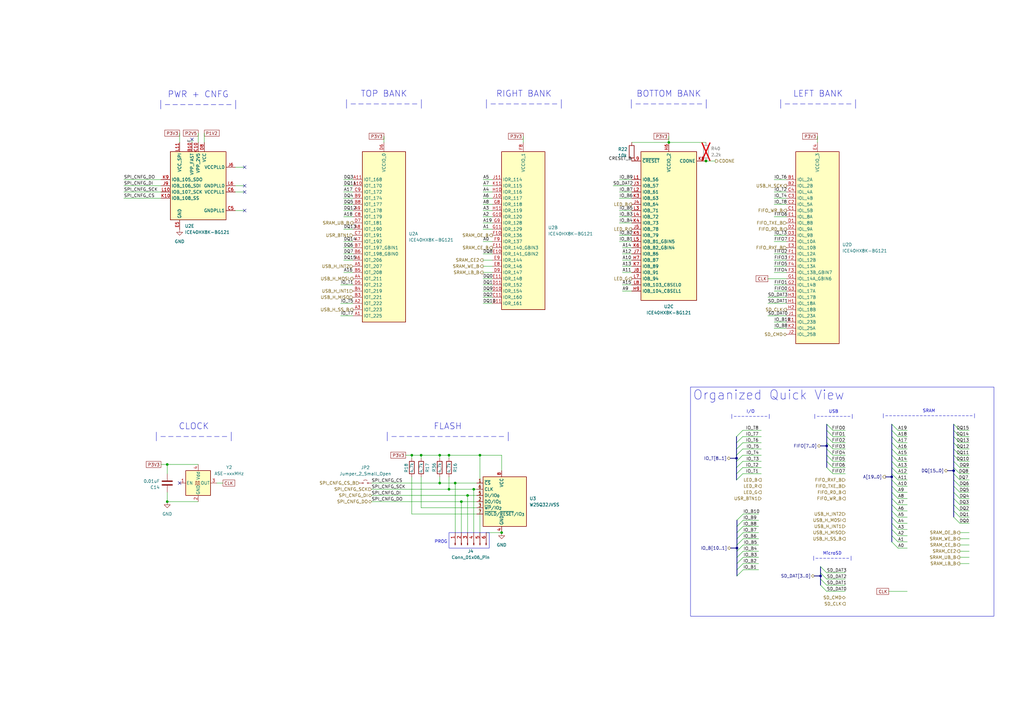
<source format=kicad_sch>
(kicad_sch (version 20250114) (generator "eeschema") (generator_version "9.0")
  (paper "A3")
  (title_block (title "FPGA Arrangement") (date "2025-07-18") (rev "0.0.0") (comment 1 "By Jaden Gani"))
  (lib_symbols
    (symbol "Connector:Conn_01x06_Pin" (pin_names (offset 1.016) (hide yes))
      (property "Reference" "J" (at 0 7.62 0))
      (property "Value" "Conn_01x06_Pin" (at 0 -10.16 0))
      (symbol "Conn_01x06_Pin_1_1"
        (pin passive line (at 5.08 5.08 180) (length 3.81) (name "Pin_1") (number "1"))
        (pin passive line (at 5.08 2.54 180) (length 3.81) (name "Pin_2") (number "2"))
        (pin passive line (at 5.08 0 180) (length 3.81) (name "Pin_3") (number "3"))
        (pin passive line (at 5.08 -2.54 180) (length 3.81) (name "Pin_4") (number "4"))
        (pin passive line (at 5.08 -5.08 180) (length 3.81) (name "Pin_5") (number "5"))
        (pin passive line (at 5.08 -7.62 180) (length 3.81) (name "Pin_6") (number "6"))
      )
    )
    (symbol "Device:C" (pin_numbers (hide yes)) (pin_names (offset 0.254))
      (property "Reference" "C" (at 0.635 2.54 0))
      (property "Value" "C" (at 0.635 -2.54 0))
      (symbol "C_1_1"
        (pin passive line (at 0 3.81 270) (length 2.794) (name "~") (number "1"))
        (pin passive line (at 0 -3.81 90) (length 2.794) (name "~") (number "2"))
      )
    )
    (symbol "Device:R" (pin_numbers (hide yes)) (pin_names (offset 0))
      (property "Reference" "R" (at 2.032 0 90))
      (property "Value" "R" (at 0 0 90))
      (symbol "R_1_1"
        (pin passive line (at 0 3.81 270) (length 1.27) (name "~") (number "1"))
        (pin passive line (at 0 -3.81 90) (length 1.27) (name "~") (number "2"))
      )
    )
    (symbol "FPGA_Lattice:ICE40HX8K-BG121"
      (property "Reference" "U" (at 2.54 44.45 0))
      (property "Value" "ICE40HX8K-BG121" (at 10.16 41.91 0))
      (symbol "ICE40HX8K-BG121_1_1"
        (pin bidirectional line (at -12.7 20.32 0) (length 3.81) (name "IOT_168") (number "A11"))
        (pin bidirectional line (at -12.7 17.78 0) (length 3.81) (name "IOT_170") (number "A10"))
        (pin bidirectional line (at -12.7 15.24 0) (length 3.81) (name "IOT_172") (number "C9"))
        (pin bidirectional line (at -12.7 12.7 0) (length 3.81) (name "IOT_174") (number "B9"))
        (pin bidirectional line (at -12.7 10.16 0) (length 3.81) (name "IOT_177") (number "B8"))
        (pin bidirectional line (at -12.7 7.62 0) (length 3.81) (name "IOT_178") (number "A9"))
        (pin bidirectional line (at -12.7 5.08 0) (length 3.81) (name "IOT_179") (number "C8"))
        (pin bidirectional line (at -12.7 2.54 0) (length 3.81) (name "IOT_181") (number "D7"))
        (pin bidirectional line (at -12.7 0 0) (length 3.81) (name "IOT_190") (number "A8"))
        (pin bidirectional line (at -12.7 -2.54 0) (length 3.81) (name "IOT_191") (number "C7"))
        (pin bidirectional line (at -12.7 -5.08 0) (length 3.81) (name "IOT_192") (number "A7"))
        (pin bidirectional line (at -12.7 -7.62 0) (length 3.81) (name "IOT_197_GBIN1") (number "B7"))
        (pin bidirectional line (at -12.7 -10.16 0) (length 3.81) (name "IOT_198_GBIN0") (number "B6"))
        (pin bidirectional line (at -12.7 -12.7 0) (length 3.81) (name "IOT_206") (number "A6"))
        (pin bidirectional line (at -12.7 -15.24 0) (length 3.81) (name "IOT_207") (number "A5"))
        (pin bidirectional line (at -12.7 -17.78 0) (length 3.81) (name "IOT_208") (number "B5"))
        (pin bidirectional line (at -12.7 -20.32 0) (length 3.81) (name "IOT_211") (number "A4"))
        (pin bidirectional line (at -12.7 -22.86 0) (length 3.81) (name "IOT_212") (number "D5"))
        (pin bidirectional line (at -12.7 -25.4 0) (length 3.81) (name "IOT_219") (number "B4"))
        (pin bidirectional line (at -12.7 -27.94 0) (length 3.81) (name "IOT_221") (number "B3"))
        (pin bidirectional line (at -12.7 -30.48 0) (length 3.81) (name "IOT_222") (number "A2"))
        (pin bidirectional line (at -12.7 -33.02 0) (length 3.81) (name "IOT_223") (number "A3"))
        (pin bidirectional line (at -12.7 -35.56 0) (length 3.81) (name "IOT_225") (number "A1"))
        (pin power_in line (at 0 35.56 270) (length 3.81) (name "VCCIO_0") (number "D6"))
      )
      (symbol "ICE40HX8K-BG121_2_1"
        (pin bidirectional line (at -12.7 20.32 0) (length 3.81) (name "IOR_114") (number "J11"))
        (pin bidirectional line (at -12.7 17.78 0) (length 3.81) (name "IOR_115") (number "K11"))
        (pin bidirectional line (at -12.7 15.24 0) (length 3.81) (name "IOR_116") (number "H10"))
        (pin bidirectional line (at -12.7 12.7 0) (length 3.81) (name "IOR_117") (number "J10"))
        (pin bidirectional line (at -12.7 10.16 0) (length 3.81) (name "IOR_118") (number "G8"))
        (pin bidirectional line (at -12.7 7.62 0) (length 3.81) (name "IOR_119") (number "H11"))
        (pin bidirectional line (at -12.7 5.08 0) (length 3.81) (name "IOR_120") (number "G10"))
        (pin bidirectional line (at -12.7 2.54 0) (length 3.81) (name "IOR_128") (number "G9"))
        (pin bidirectional line (at -12.7 0 0) (length 3.81) (name "IOR_129") (number "G11"))
        (pin bidirectional line (at -12.7 -2.54 0) (length 3.81) (name "IOR_136") (number "F10"))
        (pin bidirectional line (at -12.7 -5.08 0) (length 3.81) (name "IOR_137") (number "F9"))
        (pin bidirectional line (at -12.7 -7.62 0) (length 3.81) (name "IOR_140_GBIN3") (number "F11"))
        (pin bidirectional line (at -12.7 -10.16 0) (length 3.81) (name "IOR_141_GBIN2") (number "E10"))
        (pin bidirectional line (at -12.7 -12.7 0) (length 3.81) (name "IOR_144") (number "E9"))
        (pin bidirectional line (at -12.7 -15.24 0) (length 3.81) (name "IOR_146") (number "E8"))
        (pin bidirectional line (at -12.7 -17.78 0) (length 3.81) (name "IOR_147") (number "D9"))
        (pin bidirectional line (at -12.7 -20.32 0) (length 3.81) (name "IOR_148") (number "E11"))
        (pin bidirectional line (at -12.7 -22.86 0) (length 3.81) (name "IOR_152") (number "D11"))
        (pin bidirectional line (at -12.7 -25.4 0) (length 3.81) (name "IOR_154") (number "D10"))
        (pin bidirectional line (at -12.7 -27.94 0) (length 3.81) (name "IOR_160") (number "C11"))
        (pin bidirectional line (at -12.7 -30.48 0) (length 3.81) (name "IOR_161") (number "B11"))
        (pin power_in line (at 0 35.56 270) (length 3.81) (name "VCCIO_1") (number "F8"))
      )
      (symbol "ICE40HX8K-BG121_3_1"
        (pin input line (at -15.24 25.4 0) (length 3.81) (name "~{CRESET}") (number "L9"))
        (pin bidirectional line (at -15.24 17.78 0) (length 3.81) (name "IOB_56") (number "L1"))
        (pin bidirectional line (at -15.24 15.24 0) (length 3.81) (name "IOB_57") (number "J3"))
        (pin bidirectional line (at -15.24 12.7 0) (length 3.81) (name "IOB_61") (number "L2"))
        (pin bidirectional line (at -15.24 10.16 0) (length 3.81) (name "IOB_63") (number "K3"))
        (pin bidirectional line (at -15.24 7.62 0) (length 3.81) (name "IOB_64") (number "J4"))
        (pin bidirectional line (at -15.24 5.08 0) (length 3.81) (name "IOB_71") (number "L3"))
        (pin bidirectional line (at -15.24 2.54 0) (length 3.81) (name "IOB_72") (number "L4"))
        (pin bidirectional line (at -15.24 0 0) (length 3.81) (name "IOB_73") (number "K4"))
        (pin bidirectional line (at -15.24 -2.54 0) (length 3.81) (name "IOB_78") (number "J5"))
        (pin bidirectional line (at -15.24 -5.08 0) (length 3.81) (name "IOB_79") (number "K5"))
        (pin bidirectional line (at -15.24 -7.62 0) (length 3.81) (name "IOB_81_GBIN5") (number "L5"))
        (pin bidirectional line (at -15.24 -10.16 0) (length 3.81) (name "IOB_82_GBIN4") (number "K6"))
        (pin bidirectional line (at -15.24 -12.7 0) (length 3.81) (name "IOB_86") (number "J7"))
        (pin bidirectional line (at -15.24 -15.24 0) (length 3.81) (name "IOB_87") (number "H7"))
        (pin bidirectional line (at -15.24 -17.78 0) (length 3.81) (name "IOB_89") (number "K7"))
        (pin bidirectional line (at -15.24 -20.32 0) (length 3.81) (name "IOB_91") (number "J8"))
        (pin bidirectional line (at -15.24 -22.86 0) (length 3.81) (name "IOB_94") (number "L7"))
        (pin bidirectional line (at -15.24 -25.4 0) (length 3.81) (name "IOB_103_CBSEL0") (number "L8"))
        (pin bidirectional line (at -15.24 -27.94 0) (length 3.81) (name "IOB_104_CBSEL1") (number "H9"))
        (pin power_in line (at 0 33.02 270) (length 3.81) (name "VCCIO_2") (number "H6"))
        (pin open_collector line (at 15.24 25.4 180) (length 3.81) (name "CDONE") (number "K8"))
      )
      (symbol "ICE40HX8K-BG121_4_1"
        (pin bidirectional line (at -12.7 27.94 0) (length 3.81) (name "IOL_2A") (number "B1"))
        (pin bidirectional line (at -12.7 25.4 0) (length 3.81) (name "IOL_2B") (number "B2"))
        (pin bidirectional line (at -12.7 22.86 0) (length 3.81) (name "IOL_4A") (number "C4"))
        (pin bidirectional line (at -12.7 20.32 0) (length 3.81) (name "IOL_4B") (number "C3"))
        (pin bidirectional line (at -12.7 17.78 0) (length 3.81) (name "IOL_5A") (number "C2"))
        (pin bidirectional line (at -12.7 15.24 0) (length 3.81) (name "IOL_5B") (number "C1"))
        (pin bidirectional line (at -12.7 12.7 0) (length 3.81) (name "IOL_8A") (number "E1"))
        (pin bidirectional line (at -12.7 10.16 0) (length 3.81) (name "IOL_8B") (number "D1"))
        (pin bidirectional line (at -12.7 7.62 0) (length 3.81) (name "IOL_9A") (number "D2"))
        (pin bidirectional line (at -12.7 5.08 0) (length 3.81) (name "IOL_9B") (number "D3"))
        (pin bidirectional line (at -12.7 2.54 0) (length 3.81) (name "IOL_10A") (number "E2"))
        (pin bidirectional line (at -12.7 0 0) (length 3.81) (name "IOL_10B") (number "E3"))
        (pin bidirectional line (at -12.7 -2.54 0) (length 3.81) (name "IOL_12A") (number "F1"))
        (pin bidirectional line (at -12.7 -5.08 0) (length 3.81) (name "IOL_12B") (number "F2"))
        (pin bidirectional line (at -12.7 -7.62 0) (length 3.81) (name "IOL_13A") (number "F4"))
        (pin bidirectional line (at -12.7 -10.16 0) (length 3.81) (name "IOL_13B_GBIN7") (number "F3"))
        (pin bidirectional line (at -12.7 -12.7 0) (length 3.81) (name "IOL_14A_GBIN6") (number "G1"))
        (pin bidirectional line (at -12.7 -15.24 0) (length 3.81) (name "IOL_14B") (number "G2"))
        (pin bidirectional line (at -12.7 -17.78 0) (length 3.81) (name "IOL_17A") (number "G3"))
        (pin bidirectional line (at -12.7 -20.32 0) (length 3.81) (name "IOL_17B") (number "H3"))
        (pin bidirectional line (at -12.7 -22.86 0) (length 3.81) (name "IOL_18A") (number "H1"))
        (pin bidirectional line (at -12.7 -25.4 0) (length 3.81) (name "IOL_18B") (number "H2"))
        (pin bidirectional line (at -12.7 -27.94 0) (length 3.81) (name "IOL_23A") (number "J1"))
        (pin bidirectional line (at -12.7 -30.48 0) (length 3.81) (name "IOL_23B") (number "K1"))
        (pin bidirectional line (at -12.7 -33.02 0) (length 3.81) (name "IOL_25A") (number "K2"))
        (pin bidirectional line (at -12.7 -35.56 0) (length 3.81) (name "IOL_25B") (number "J2"))
        (pin power_in line (at 0 43.18 270) (length 3.81) (name "VCCIO_3") (number "E4"))
        (pin passive line (at 0 43.18 270) (length 3.81) (hide yes) (name "VCCIO_3") (number "G4"))
      )
      (symbol "ICE40HX8K-BG121_5_1"
        (pin bidirectional line (at -15.24 2.54 0) (length 3.81) (name "IOB_105_SDO") (number "K9"))
        (pin bidirectional line (at -15.24 0 0) (length 3.81) (name "IOB_106_SDI") (number "J9"))
        (pin bidirectional line (at -15.24 -2.54 0) (length 3.81) (name "IOB_107_SCK") (number "L10"))
        (pin bidirectional line (at -15.24 -5.08 0) (length 3.81) (name "IOB_108_SS") (number "K10"))
        (pin power_in line (at -7.62 17.78 270) (length 3.81) (name "VCC_SPI") (number "L11"))
        (pin power_in line (at -7.62 -17.78 90) (length 3.81) (name "GND") (number "E5"))
        (pin passive line (at -7.62 -17.78 90) (length 3.81) (hide yes) (name "GND") (number "E6"))
        (pin passive line (at -7.62 -17.78 90) (length 3.81) (hide yes) (name "GND") (number "E7"))
        (pin passive line (at -7.62 -17.78 90) (length 3.81) (hide yes) (name "GND") (number "F5"))
        (pin passive line (at -7.62 -17.78 90) (length 3.81) (hide yes) (name "GND") (number "F6"))
        (pin passive line (at -7.62 -17.78 90) (length 3.81) (hide yes) (name "GND") (number "F7"))
        (pin passive line (at -7.62 -17.78 90) (length 3.81) (hide yes) (name "GND") (number "G5"))
        (pin passive line (at -7.62 -17.78 90) (length 3.81) (hide yes) (name "GND") (number "G6"))
        (pin passive line (at -7.62 -17.78 90) (length 3.81) (hide yes) (name "GND") (number "G7"))
        (pin passive line (at -7.62 -17.78 90) (length 3.81) (hide yes) (name "GND") (number "H5"))
        (pin power_in line (at -2.54 17.78 270) (length 3.81) (name "VPP_FAST") (number "B10"))
        (pin power_in line (at 0 17.78 270) (length 3.81) (name "VPP_2V5") (number "C10"))
        (pin passive line (at 2.54 17.78 270) (length 3.81) (hide yes) (name "VCC") (number "D4"))
        (pin power_in line (at 2.54 17.78 270) (length 3.81) (name "VCC") (number "D8"))
        (pin passive line (at 2.54 17.78 270) (length 3.81) (hide yes) (name "VCC") (number "H4"))
        (pin passive line (at 2.54 17.78 270) (length 3.81) (hide yes) (name "VCC") (number "H8"))
        (pin power_in line (at 15.24 7.62 180) (length 3.81) (name "VCCPLL0") (number "J6"))
        (pin power_in line (at 15.24 0 180) (length 3.81) (name "GNDPLL0") (number "L6"))
        (pin power_in line (at 15.24 -2.54 180) (length 3.81) (name "VCCPLL1") (number "C6"))
        (pin power_in line (at 15.24 -10.16 180) (length 3.81) (name "GNDPLL1") (number "C5"))
      )
    )
    (symbol "Jumper:Jumper_2_Small_Open" (pin_numbers (hide yes)) (pin_names (offset 0) (hide yes))
      (property "Reference" "JP" (at 0 2.794 0))
      (property "Value" "Jumper_2_Small_Open" (at 0 -2.286 0))
      (symbol "Jumper_2_Small_Open_1_1"
        (pin passive line (at -2.54 0 0) (length 1.27) (name "A") (number "1"))
        (pin passive line (at 2.54 0 180) (length 1.27) (name "B") (number "2"))
      )
    )
    (symbol "Memory_Flash:W25Q32JVSS"
      (property "Reference" "U" (at -6.35 11.43 0))
      (property "Value" "W25Q32JVSS" (at 7.62 11.43 0))
      (symbol "W25Q32JVSS_1_1"
        (pin input line (at -10.16 7.62 0) (length 2.54) (name "~{CS}") (number "1"))
        (pin input line (at -10.16 5.08 0) (length 2.54) (name "CLK") (number "6"))
        (pin bidirectional line (at -10.16 2.54 0) (length 2.54) (name "DI/IO_{0}") (number "5"))
        (pin bidirectional line (at -10.16 0 0) (length 2.54) (name "DO/IO_{1}") (number "2"))
        (pin bidirectional line (at -10.16 -2.54 0) (length 2.54) (name "~{WP}/IO_{2}") (number "3"))
        (pin bidirectional line (at -10.16 -5.08 0) (length 2.54) (name "~{HOLD}/~{RESET}/IO_{3}") (number "7"))
        (pin power_in line (at 0 12.7 270) (length 2.54) (name "VCC") (number "8"))
        (pin power_in line (at 0 -12.7 90) (length 2.54) (name "GND") (number "4"))
      )
    )
    (symbol "Oscillator:ASE-xxxMHz" (pin_names (offset 0.254))
      (property "Reference" "Y" (at -5.08 6.35 0))
      (property "Value" "ASE-xxxMHz" (at 1.27 -6.35 0))
      (symbol "ASE-xxxMHz_1_1"
        (pin input line (at -7.62 0 0) (length 2.54) (name "EN") (number "1"))
        (pin power_in line (at 0 7.62 270) (length 2.54) (name "Vdd") (number "4"))
        (pin power_in line (at 0 -7.62 90) (length 2.54) (name "GND") (number "2"))
        (pin output line (at 7.62 0 180) (length 2.54) (name "OUT") (number "3"))
      )
    )
    (symbol "power:GND" (power) (pin_numbers (hide yes)) (pin_names (offset 0) (hide yes))
      (property "Value" "GND" (at 0 -3.81 0))
      (symbol "GND_1_1"
        (pin power_in line (at 0 0 270) (length 0) (name "~") (number "1"))
      )
    )
  )
  (text "LEFT BANK\n|---------|" (at 335.534 40.64 0) (effects (font (size 2.54 2.54))))
  (text "TOP BANK\n|---------|" (at 157.48 40.64 0) (effects (font (size 2.54 2.54))))
  (text "SRAM\n|-----------------------|" (at 381 169.672 0) (effects (font (size 1.27 1.27))))
  (text "I/O\n|---------|" (at 307.848 169.926 0) (effects (font (size 1.27 1.27))))
  (text "USB\n|---------|" (at 341.884 169.926 0) (effects (font (size 1.27 1.27))))
  (text "BOTTOM BANK\n|---------|" (at 274.32 40.64 0) (effects (font (size 2.54 2.54))))
  (text "PROG" (at 180.848 222.25 0) (effects (font (size 1.27 1.27))))
  (text "FLASH\n|---------------|" (at 183.642 177.038 0) (effects (font (size 2.54 2.54))))
  (text "CLOCK\n|---------|" (at 79.502 177.038 0) (effects (font (size 2.54 2.54))))
  (text "RIGHT BANK\n|---------|" (at 214.884 40.64 0) (effects (font (size 2.54 2.54))))
  (text "PWR + CNFG\n|---------|" (at 81.28 40.894 0) (effects (font (size 2.54 2.54))))
  (text "MicroSD\n|---------|" (at 341.376 228.092 0) (effects (font (size 1.27 1.27))))
  (text_box "" (at 184.15 218.44 0) (size 16.51 6.35) (margins 0.9525 0.9525 0.9525 0.9525) (effects (font (size 1.27 1.27)) (justify left top)))
  (text_box "Organized Quick View" (at 283.21 158.75 0) (size 124.46 93.98) (margins 0.9525 0.9525 0.9525 0.9525) (effects (font (size 3.81 3.81)) (justify left top)))
  (junction (at 180.34 198.12))
  (junction (at 186.69 198.12))
  (junction (at 336.55 236.22))
  (junction (at 68.58 205.74))
  (junction (at 365.76 195.58))
  (junction (at 205.74 218.44))
  (junction (at 184.15 200.66))
  (junction (at 184.15 186.69))
  (junction (at 189.23 205.74))
  (junction (at 302.0877 187.96))
  (junction (at 168.91 186.69))
  (junction (at 196.85 186.69))
  (junction (at 180.34 186.69))
  (junction (at 274.32 58.42))
  (junction (at 68.58 190.5))
  (junction (at 339.09 182.88))
  (junction (at 194.31 200.66))
  (junction (at 289.56 66.04))
  (junction (at 391.16 193.04))
  (junction (at 172.72 186.69))
  (junction (at 191.77 203.2))
  (junction (at 302.26 224.79))
  (no_connect (at 78.74 57.15))
  (no_connect (at 100.33 76.2))
  (no_connect (at 100.33 68.58))
  (no_connect (at 73.66 198.12))
  (no_connect (at 100.33 86.36))
  (no_connect (at 100.33 78.74))
  (bus_entry (at 302.0877 184.15) (size 2.54 -2.54))
  (bus_entry (at 365.76 199.39) (size 2.54 2.54))
  (bus_entry (at 393.7 204.47) (size -2.54 -2.54))
  (bus_entry (at 302.0877 189.23) (size 2.54 -2.54))
  (bus_entry (at 393.7 191.77) (size -2.54 -2.54))
  (bus_entry (at 365.76 173.99) (size 2.54 2.54))
  (bus_entry (at 365.76 176.53) (size 2.54 2.54))
  (bus_entry (at 341.63 186.69) (size -2.54 -2.54))
  (bus_entry (at 341.63 181.61) (size -2.54 -2.54))
  (bus_entry (at 365.76 217.17) (size 2.54 2.54))
  (bus_entry (at 365.76 204.47) (size 2.54 2.54))
  (bus_entry (at 302.26 233.68) (size 2.54 -2.54))
  (bus_entry (at 393.7 179.07) (size -2.54 -2.54))
  (bus_entry (at 365.76 181.61) (size 2.54 2.54))
  (bus_entry (at 393.7 199.39) (size -2.54 -2.54))
  (bus_entry (at 365.76 179.07) (size 2.54 2.54))
  (bus_entry (at 365.76 196.85) (size 2.54 2.54))
  (bus_entry (at 393.7 207.01) (size -2.54 -2.54))
  (bus_entry (at 341.63 184.15) (size -2.54 -2.54))
  (bus_entry (at 341.63 176.53) (size -2.54 -2.54))
  (bus_entry (at 302.26 218.44) (size 2.54 -2.54))
  (bus_entry (at 393.7 186.69) (size -2.54 -2.54))
  (bus_entry (at 302.26 213.36) (size 2.54 -2.54))
  (bus_entry (at 302.0877 191.77) (size 2.54 -2.54))
  (bus_entry (at 393.7 194.31) (size -2.54 -2.54))
  (bus_entry (at 365.76 189.23) (size 2.54 2.54))
  (bus_entry (at 365.76 184.15) (size 2.54 2.54))
  (bus_entry (at 365.76 194.31) (size 2.54 2.54))
  (bus_entry (at 302.0877 181.61) (size 2.54 -2.54))
  (bus_entry (at 365.76 219.71) (size 2.54 2.54))
  (bus_entry (at 336.55 240.03) (size 2.54 2.54))
  (bus_entry (at 365.76 201.93) (size 2.54 2.54))
  (bus_entry (at 302.26 226.06) (size 2.54 -2.54))
  (bus_entry (at 336.55 237.49) (size 2.54 2.54))
  (bus_entry (at 336.55 234.95) (size 2.54 2.54))
  (bus_entry (at 365.76 214.63) (size 2.54 2.54))
  (bus_entry (at 393.7 181.61) (size -2.54 -2.54))
  (bus_entry (at 365.76 222.25) (size 2.54 2.54))
  (bus_entry (at 302.26 236.22) (size 2.54 -2.54))
  (bus_entry (at 365.76 209.55) (size 2.54 2.54))
  (bus_entry (at 302.26 220.98) (size 2.54 -2.54))
  (bus_entry (at 302.26 228.6) (size 2.54 -2.54))
  (bus_entry (at 302.0877 194.31) (size 2.54 -2.54))
  (bus_entry (at 365.76 207.01) (size 2.54 2.54))
  (bus_entry (at 341.63 179.07) (size -2.54 -2.54))
  (bus_entry (at 365.76 186.69) (size 2.54 2.54))
  (bus_entry (at 341.63 189.23) (size -2.54 -2.54))
  (bus_entry (at 393.7 214.63) (size -2.54 -2.54))
  (bus_entry (at 393.7 196.85) (size -2.54 -2.54))
  (bus_entry (at 302.0877 196.85) (size 2.54 -2.54))
  (bus_entry (at 393.7 176.53) (size -2.54 -2.54))
  (bus_entry (at 393.7 189.23) (size -2.54 -2.54))
  (bus_entry (at 341.63 191.77) (size -2.54 -2.54))
  (bus_entry (at 393.7 212.09) (size -2.54 -2.54))
  (bus_entry (at 365.76 212.09) (size 2.54 2.54))
  (bus_entry (at 393.7 209.55) (size -2.54 -2.54))
  (bus_entry (at 341.63 194.31) (size -2.54 -2.54))
  (bus_entry (at 393.7 184.15) (size -2.54 -2.54))
  (bus_entry (at 302.0877 179.07) (size 2.54 -2.54))
  (bus_entry (at 393.7 201.93) (size -2.54 -2.54))
  (bus_entry (at 365.76 191.77) (size 2.54 2.54))
  (bus_entry (at 302.0877 186.69) (size 2.54 -2.54))
  (bus_entry (at 302.26 223.52) (size 2.54 -2.54))
  (bus_entry (at 302.26 215.9) (size 2.54 -2.54))
  (bus_entry (at 302.26 231.14) (size 2.54 -2.54))
  (bus_entry (at 336.55 232.41) (size 2.54 2.54))
  (wire (pts (xy 255.27 106.68) (xy 259.08 106.68)))
  (wire (pts (xy 198.12 76.2) (xy 201.93 76.2)))
  (wire (pts (xy 317.5 96.52) (xy 322.58 96.52)))
  (wire (pts (xy 317.5 78.74) (xy 322.58 78.74)))
  (bus (pts (xy 365.76 212.09) (xy 365.76 214.63)))
  (wire (pts (xy 199.39 218.44) (xy 205.74 218.44)))
  (wire (pts (xy 254 91.44) (xy 259.08 91.44)))
  (wire (pts (xy 172.72 187.96) (xy 172.72 186.69)))
  (wire (pts (xy 139.7 116.84) (xy 144.78 116.84)))
  (bus (pts (xy 299.72 224.79) (xy 302.26 224.79)))
  (wire (pts (xy 180.34 198.12) (xy 186.69 198.12)))
  (wire (pts (xy 346.71 194.31) (xy 341.63 194.31)))
  (wire (pts (xy 368.3 176.53) (xy 372.11 176.53)))
  (wire (pts (xy 304.6277 179.07) (xy 312.2477 179.07)))
  (bus (pts (xy 391.16 193.04) (xy 388.62 193.04)))
  (wire (pts (xy 304.8 233.68) (xy 311.15 233.68)))
  (wire (pts (xy 304.8 218.44) (xy 311.15 218.44)))
  (wire (pts (xy 83.82 54.61) (xy 83.82 58.42)))
  (wire (pts (xy 198.12 114.3) (xy 201.93 114.3)))
  (wire (pts (xy 293.37 66.04) (xy 289.56 66.04)))
  (wire (pts (xy 397.51 176.53) (xy 393.7 176.53)))
  (wire (pts (xy 96.52 76.2) (xy 100.33 76.2)))
  (bus (pts (xy 302.0877 191.77) (xy 302.0877 194.31)))
  (wire (pts (xy 368.3 214.63) (xy 372.11 214.63)))
  (wire (pts (xy 259.08 58.42) (xy 274.32 58.42)))
  (wire (pts (xy 397.51 191.77) (xy 393.7 191.77)))
  (wire (pts (xy 368.3 217.17) (xy 372.11 217.17)))
  (wire (pts (xy 397.51 212.09) (xy 393.7 212.09)))
  (wire (pts (xy 198.12 119.38) (xy 201.93 119.38)))
  (wire (pts (xy 346.71 176.53) (xy 341.63 176.53)))
  (wire (pts (xy 368.3 222.25) (xy 372.11 222.25)))
  (bus (pts (xy 339.09 181.61) (xy 339.09 182.88)))
  (wire (pts (xy 140.97 81.28) (xy 144.78 81.28)))
  (wire (pts (xy 180.34 186.69) (xy 180.34 187.96)))
  (wire (pts (xy 255.27 119.38) (xy 259.08 119.38)))
  (bus (pts (xy 391.16 199.39) (xy 391.16 201.93)))
  (bus (pts (xy 363.22 195.58) (xy 365.76 195.58)))
  (bus (pts (xy 365.76 189.23) (xy 365.76 191.77)))
  (wire (pts (xy 198.12 88.9) (xy 201.93 88.9)))
  (wire (pts (xy 96.52 78.74) (xy 100.33 78.74)))
  (wire (pts (xy 205.74 186.69) (xy 205.74 193.04)))
  (wire (pts (xy 140.97 83.82) (xy 144.78 83.82)))
  (wire (pts (xy 189.23 205.74) (xy 189.23 218.44)))
  (wire (pts (xy 393.7 218.44) (xy 397.51 218.44)))
  (wire (pts (xy 168.91 195.58) (xy 168.91 210.82)))
  (bus (pts (xy 302.0877 186.69) (xy 302.0877 187.96)))
  (wire (pts (xy 304.8 220.98) (xy 311.15 220.98)))
  (wire (pts (xy 168.91 186.69) (xy 172.72 186.69)))
  (wire (pts (xy 172.72 208.28) (xy 195.58 208.28)))
  (wire (pts (xy 191.77 203.2) (xy 191.77 218.44)))
  (wire (pts (xy 346.71 179.07) (xy 341.63 179.07)))
  (wire (pts (xy 397.51 181.61) (xy 393.7 181.61)))
  (wire (pts (xy 68.58 201.93) (xy 68.58 205.74)))
  (wire (pts (xy 304.8 226.06) (xy 311.15 226.06)))
  (wire (pts (xy 317.5 134.62) (xy 322.58 134.62)))
  (bus (pts (xy 336.55 236.22) (xy 336.55 237.49)))
  (bus (pts (xy 391.16 181.61) (xy 391.16 184.15)))
  (wire (pts (xy 50.8 81.28) (xy 66.04 81.28)))
  (wire (pts (xy 198.12 121.92) (xy 201.93 121.92)))
  (wire (pts (xy 254 78.74) (xy 259.08 78.74)))
  (wire (pts (xy 339.09 240.03) (xy 346.71 240.03)))
  (bus (pts (xy 339.09 179.07) (xy 339.09 181.61)))
  (wire (pts (xy 393.7 226.06) (xy 397.51 226.06)))
  (bus (pts (xy 365.76 201.93) (xy 365.76 204.47)))
  (wire (pts (xy 314.96 124.46) (xy 322.58 124.46)))
  (bus (pts (xy 391.16 173.99) (xy 391.16 176.53)))
  (wire (pts (xy 393.7 223.52) (xy 397.51 223.52)))
  (wire (pts (xy 140.97 76.2) (xy 144.78 76.2)))
  (wire (pts (xy 304.8 210.82) (xy 311.15 210.82)))
  (bus (pts (xy 365.76 196.85) (xy 365.76 199.39)))
  (wire (pts (xy 198.12 81.28) (xy 201.93 81.28)))
  (bus (pts (xy 365.76 217.17) (xy 365.76 219.71)))
  (wire (pts (xy 368.3 199.39) (xy 372.11 199.39)))
  (wire (pts (xy 152.4 203.2) (xy 191.77 203.2)))
  (bus (pts (xy 365.76 184.15) (xy 365.76 186.69)))
  (wire (pts (xy 368.3 179.07) (xy 372.11 179.07)))
  (bus (pts (xy 365.76 194.31) (xy 365.76 195.58)))
  (bus (pts (xy 339.09 189.23) (xy 339.09 191.77)))
  (bus (pts (xy 302.26 223.52) (xy 302.26 224.79)))
  (wire (pts (xy 254 73.66) (xy 259.08 73.66)))
  (wire (pts (xy 346.71 186.69) (xy 341.63 186.69)))
  (wire (pts (xy 198.12 109.22) (xy 201.93 109.22)))
  (wire (pts (xy 140.97 73.66) (xy 144.78 73.66)))
  (wire (pts (xy 166.37 186.69) (xy 168.91 186.69)))
  (wire (pts (xy 140.97 86.36) (xy 144.78 86.36)))
  (wire (pts (xy 317.5 83.82) (xy 322.58 83.82)))
  (wire (pts (xy 140.97 99.06) (xy 144.78 99.06)))
  (wire (pts (xy 397.51 204.47) (xy 393.7 204.47)))
  (wire (pts (xy 317.5 81.28) (xy 322.58 81.28)))
  (bus (pts (xy 391.16 201.93) (xy 391.16 204.47)))
  (wire (pts (xy 397.51 186.69) (xy 393.7 186.69)))
  (bus (pts (xy 339.09 182.88) (xy 339.09 184.15)))
  (wire (pts (xy 397.51 201.93) (xy 393.7 201.93)))
  (wire (pts (xy 140.97 93.98) (xy 144.78 93.98)))
  (wire (pts (xy 368.3 191.77) (xy 372.11 191.77)))
  (wire (pts (xy 393.7 220.98) (xy 397.51 220.98)))
  (wire (pts (xy 184.15 186.69) (xy 196.85 186.69)))
  (wire (pts (xy 368.3 204.47) (xy 372.11 204.47)))
  (bus (pts (xy 302.26 226.06) (xy 302.26 228.6)))
  (wire (pts (xy 186.69 198.12) (xy 186.69 218.44)))
  (bus (pts (xy 302.26 228.6) (xy 302.26 231.14)))
  (wire (pts (xy 339.09 234.95) (xy 346.71 234.95)))
  (wire (pts (xy 397.51 184.15) (xy 393.7 184.15)))
  (wire (pts (xy 397.51 209.55) (xy 393.7 209.55)))
  (bus (pts (xy 302.0877 194.31) (xy 302.0877 196.85)))
  (wire (pts (xy 304.6277 194.31) (xy 312.2477 194.31)))
  (bus (pts (xy 365.76 191.77) (xy 365.76 194.31)))
  (wire (pts (xy 73.66 54.61) (xy 73.66 58.42)))
  (wire (pts (xy 50.8 73.66) (xy 66.04 73.66)))
  (bus (pts (xy 302.0877 187.96) (xy 302.0877 189.23)))
  (wire (pts (xy 368.3 224.79) (xy 372.11 224.79)))
  (wire (pts (xy 96.52 86.36) (xy 100.33 86.36)))
  (bus (pts (xy 302.26 233.68) (xy 302.26 236.22)))
  (bus (pts (xy 302.0877 189.23) (xy 302.0877 191.77)))
  (wire (pts (xy 397.51 207.01) (xy 393.7 207.01)))
  (bus (pts (xy 365.76 186.69) (xy 365.76 189.23)))
  (wire (pts (xy 368.3 189.23) (xy 372.11 189.23)))
  (bus (pts (xy 365.76 209.55) (xy 365.76 212.09)))
  (wire (pts (xy 314.96 114.3) (xy 322.58 114.3)))
  (wire (pts (xy 368.3 184.15) (xy 372.11 184.15)))
  (wire (pts (xy 194.31 200.66) (xy 195.58 200.66)))
  (wire (pts (xy 317.5 116.84) (xy 322.58 116.84)))
  (wire (pts (xy 198.12 91.44) (xy 201.93 91.44)))
  (wire (pts (xy 157.48 55.88) (xy 157.48 58.42)))
  (wire (pts (xy 66.04 190.5) (xy 68.58 190.5)))
  (wire (pts (xy 368.3 207.01) (xy 372.11 207.01)))
  (wire (pts (xy 274.32 55.88) (xy 274.32 58.42)))
  (wire (pts (xy 196.85 186.69) (xy 196.85 218.44)))
  (bus (pts (xy 391.16 179.07) (xy 391.16 181.61)))
  (bus (pts (xy 336.55 234.95) (xy 336.55 236.22)))
  (wire (pts (xy 198.12 104.14) (xy 201.93 104.14)))
  (wire (pts (xy 304.8 228.6) (xy 311.15 228.6)))
  (wire (pts (xy 184.15 200.66) (xy 194.31 200.66)))
  (wire (pts (xy 304.6277 176.53) (xy 312.2477 176.53)))
  (wire (pts (xy 335.28 55.88) (xy 335.28 58.42)))
  (wire (pts (xy 168.91 187.96) (xy 168.91 186.69)))
  (wire (pts (xy 255.27 109.22) (xy 259.08 109.22)))
  (wire (pts (xy 198.12 86.36) (xy 201.93 86.36)))
  (bus (pts (xy 365.76 173.99) (xy 365.76 176.53)))
  (wire (pts (xy 198.12 106.68) (xy 201.93 106.68)))
  (wire (pts (xy 397.51 179.07) (xy 393.7 179.07)))
  (wire (pts (xy 317.5 132.08) (xy 322.58 132.08)))
  (wire (pts (xy 139.7 124.46) (xy 144.78 124.46)))
  (wire (pts (xy 368.3 181.61) (xy 372.11 181.61)))
  (wire (pts (xy 317.5 111.76) (xy 322.58 111.76)))
  (wire (pts (xy 140.97 78.74) (xy 144.78 78.74)))
  (wire (pts (xy 140.97 101.6) (xy 144.78 101.6)))
  (wire (pts (xy 317.5 109.22) (xy 322.58 109.22)))
  (wire (pts (xy 68.58 205.74) (xy 81.28 205.74)))
  (wire (pts (xy 304.8 213.36) (xy 311.15 213.36)))
  (wire (pts (xy 180.34 186.69) (xy 184.15 186.69)))
  (wire (pts (xy 140.97 111.76) (xy 144.78 111.76)))
  (wire (pts (xy 317.5 104.14) (xy 322.58 104.14)))
  (wire (pts (xy 96.52 68.58) (xy 100.33 68.58)))
  (bus (pts (xy 391.16 191.77) (xy 391.16 193.04)))
  (wire (pts (xy 346.71 191.77) (xy 341.63 191.77)))
  (bus (pts (xy 391.16 207.01) (xy 391.16 209.55)))
  (wire (pts (xy 397.51 196.85) (xy 393.7 196.85)))
  (bus (pts (xy 302.26 213.36) (xy 302.26 215.9)))
  (wire (pts (xy 198.12 78.74) (xy 201.93 78.74)))
  (wire (pts (xy 81.28 54.61) (xy 81.28 58.42)))
  (wire (pts (xy 186.69 198.12) (xy 195.58 198.12)))
  (wire (pts (xy 198.12 116.84) (xy 201.93 116.84)))
  (bus (pts (xy 339.09 186.69) (xy 339.09 189.23)))
  (wire (pts (xy 368.3 219.71) (xy 372.11 219.71)))
  (wire (pts (xy 368.3 212.09) (xy 372.11 212.09)))
  (wire (pts (xy 255.27 101.6) (xy 259.08 101.6)))
  (bus (pts (xy 302.26 218.44) (xy 302.26 220.98)))
  (bus (pts (xy 302.0877 179.07) (xy 302.0877 181.61)))
  (bus (pts (xy 302.26 220.98) (xy 302.26 223.52)))
  (bus (pts (xy 391.16 184.15) (xy 391.16 186.69)))
  (wire (pts (xy 397.51 214.63) (xy 393.7 214.63)))
  (bus (pts (xy 391.16 176.53) (xy 391.16 179.07)))
  (wire (pts (xy 152.4 200.66) (xy 184.15 200.66)))
  (wire (pts (xy 255.27 111.76) (xy 259.08 111.76)))
  (wire (pts (xy 254 99.06) (xy 259.08 99.06)))
  (bus (pts (xy 365.76 181.61) (xy 365.76 184.15)))
  (bus (pts (xy 365.76 199.39) (xy 365.76 201.93)))
  (wire (pts (xy 304.6277 184.15) (xy 312.2477 184.15)))
  (wire (pts (xy 184.15 195.58) (xy 184.15 200.66)))
  (wire (pts (xy 368.3 201.93) (xy 372.11 201.93)))
  (wire (pts (xy 140.97 88.9) (xy 144.78 88.9)))
  (wire (pts (xy 304.6277 186.69) (xy 312.2477 186.69)))
  (wire (pts (xy 68.58 190.5) (xy 68.58 194.31)))
  (wire (pts (xy 198.12 73.66) (xy 201.93 73.66)))
  (bus (pts (xy 391.16 193.04) (xy 391.16 194.31)))
  (bus (pts (xy 391.16 186.69) (xy 391.16 189.23)))
  (wire (pts (xy 168.91 210.82) (xy 195.58 210.82)))
  (bus (pts (xy 365.76 176.53) (xy 365.76 179.07)))
  (wire (pts (xy 304.6277 181.61) (xy 312.2477 181.61)))
  (wire (pts (xy 140.97 104.14) (xy 144.78 104.14)))
  (wire (pts (xy 368.3 186.69) (xy 372.11 186.69)))
  (wire (pts (xy 339.09 242.57) (xy 346.71 242.57)))
  (bus (pts (xy 336.55 232.41) (xy 336.55 234.95)))
  (wire (pts (xy 304.8 231.14) (xy 311.15 231.14)))
  (wire (pts (xy 255.27 116.84) (xy 259.08 116.84)))
  (wire (pts (xy 317.5 99.06) (xy 322.58 99.06)))
  (wire (pts (xy 191.77 203.2) (xy 195.58 203.2)))
  (bus (pts (xy 302.0877 181.61) (xy 302.0877 184.15)))
  (bus (pts (xy 339.09 173.99) (xy 339.09 176.53)))
  (bus (pts (xy 336.55 237.49) (xy 336.55 240.03)))
  (bus (pts (xy 339.09 182.88) (xy 336.55 182.88)))
  (wire (pts (xy 364.49 242.57) (xy 372.11 242.57)))
  (wire (pts (xy 196.85 186.69) (xy 205.74 186.69)))
  (wire (pts (xy 139.7 129.54) (xy 144.78 129.54)))
  (wire (pts (xy 368.3 194.31) (xy 372.11 194.31)))
  (wire (pts (xy 254 81.28) (xy 259.08 81.28)))
  (wire (pts (xy 314.96 129.54) (xy 322.58 129.54)))
  (wire (pts (xy 214.63 55.88) (xy 214.63 58.42)))
  (wire (pts (xy 397.51 199.39) (xy 393.7 199.39)))
  (wire (pts (xy 314.96 121.92) (xy 322.58 121.92)))
  (bus (pts (xy 334.01 236.22) (xy 336.55 236.22)))
  (wire (pts (xy 339.09 237.49) (xy 346.71 237.49)))
  (wire (pts (xy 346.71 184.15) (xy 341.63 184.15)))
  (bus (pts (xy 391.16 209.55) (xy 391.16 212.09)))
  (bus (pts (xy 302.26 215.9) (xy 302.26 218.44)))
  (bus (pts (xy 365.76 214.63) (xy 365.76 217.17)))
  (bus (pts (xy 365.76 207.01) (xy 365.76 209.55)))
  (bus (pts (xy 339.09 184.15) (xy 339.09 186.69)))
  (wire (pts (xy 251.46 76.2) (xy 259.08 76.2)))
  (wire (pts (xy 393.7 231.14) (xy 397.51 231.14)))
  (wire (pts (xy 274.32 58.42) (xy 289.56 58.42)))
  (wire (pts (xy 91.44 198.12) (xy 88.9 198.12)))
  (wire (pts (xy 194.31 200.66) (xy 194.31 218.44)))
  (wire (pts (xy 368.3 209.55) (xy 372.11 209.55)))
  (wire (pts (xy 317.5 88.9) (xy 322.58 88.9)))
  (bus (pts (xy 302.26 231.14) (xy 302.26 233.68)))
  (bus (pts (xy 339.09 176.53) (xy 339.09 179.07)))
  (wire (pts (xy 317.5 73.66) (xy 322.58 73.66)))
  (wire (pts (xy 304.6277 191.77) (xy 312.2477 191.77)))
  (wire (pts (xy 198.12 83.82) (xy 201.93 83.82)))
  (wire (pts (xy 254 86.36) (xy 259.08 86.36)))
  (wire (pts (xy 50.8 78.74) (xy 66.04 78.74)))
  (wire (pts (xy 254 88.9) (xy 259.08 88.9)))
  (wire (pts (xy 304.6277 189.23) (xy 312.2477 189.23)))
  (bus (pts (xy 365.76 219.71) (xy 365.76 222.25)))
  (bus (pts (xy 365.76 195.58) (xy 365.76 196.85)))
  (wire (pts (xy 317.5 119.38) (xy 322.58 119.38)))
  (bus (pts (xy 391.16 196.85) (xy 391.16 199.39)))
  (wire (pts (xy 78.74 57.15) (xy 78.74 58.42)))
  (wire (pts (xy 152.4 205.74) (xy 189.23 205.74)))
  (wire (pts (xy 68.58 190.5) (xy 81.28 190.5)))
  (bus (pts (xy 391.16 194.31) (xy 391.16 196.85)))
  (wire (pts (xy 368.3 196.85) (xy 372.11 196.85)))
  (wire (pts (xy 140.97 106.68) (xy 144.78 106.68)))
  (wire (pts (xy 152.4 198.12) (xy 180.34 198.12)))
  (wire (pts (xy 397.51 189.23) (xy 393.7 189.23)))
  (bus (pts (xy 302.26 224.79) (xy 302.26 226.06)))
  (wire (pts (xy 255.27 104.14) (xy 259.08 104.14)))
  (wire (pts (xy 172.72 195.58) (xy 172.72 208.28)))
  (wire (pts (xy 346.71 189.23) (xy 341.63 189.23)))
  (wire (pts (xy 198.12 99.06) (xy 201.93 99.06)))
  (wire (pts (xy 189.23 205.74) (xy 195.58 205.74)))
  (wire (pts (xy 346.71 181.61) (xy 341.63 181.61)))
  (wire (pts (xy 198.12 124.46) (xy 201.93 124.46)))
  (wire (pts (xy 317.5 106.68) (xy 322.58 106.68)))
  (wire (pts (xy 198.12 93.98) (xy 201.93 93.98)))
  (wire (pts (xy 184.15 187.96) (xy 184.15 186.69)))
  (bus (pts (xy 299.5477 187.96) (xy 302.0877 187.96)))
  (wire (pts (xy 50.8 76.2) (xy 66.04 76.2)))
  (wire (pts (xy 393.7 228.6) (xy 397.51 228.6)))
  (wire (pts (xy 198.12 111.76) (xy 201.93 111.76)))
  (bus (pts (xy 391.16 189.23) (xy 391.16 191.77)))
  (wire (pts (xy 304.8 223.52) (xy 311.15 223.52)))
  (bus (pts (xy 391.16 204.47) (xy 391.16 207.01)))
  (bus (pts (xy 302.0877 184.15) (xy 302.0877 186.69)))
  (wire (pts (xy 304.8 215.9) (xy 311.15 215.9)))
  (wire (pts (xy 254 96.52) (xy 259.08 96.52)))
  (wire (pts (xy 172.72 186.69) (xy 180.34 186.69)))
  (bus (pts (xy 365.76 179.07) (xy 365.76 181.61)))
  (bus (pts (xy 365.76 204.47) (xy 365.76 207.01)))
  (wire (pts (xy 180.34 195.58) (xy 180.34 198.12)))
  (wire (pts (xy 397.51 194.31) (xy 393.7 194.31)))
  (label "A18" (at 368.3 179.07 0))
  (label "IO_T8" (at 317.5 83.82 0))
  (label "SPI_CNFG_DI" (at 152.4 203.2 0))
  (label "FIFO6" (at 317.5 88.9 0))
  (label "IO_B5" (at 304.9723 223.52 0))
  (label "FIFO7" (at 346.71 194.31 180))
  (label "DQ15" (at 397.51 176.53 180))
  (label "DQ4" (at 140.97 81.28 0))
  (label "A19" (at 198.12 91.44 0))
  (label "SD_DAT3" (at 314.96 121.92 0))
  (label "DQ10" (at 397.51 189.23 180))
  (label "DQ12" (at 140.97 86.36 0))
  (label "A0" (at 198.12 99.06 0))
  (label "DQ4" (at 397.51 204.47 180))
  (label "IO_B6" (at 304.8 220.98 0))
  (label "A6" (at 198.12 81.28 0))
  (label "A4" (at 368.3 214.63 0))
  (label "IO_T7" (at 139.7 129.54 0))
  (label "A12" (at 255.27 104.14 0))
  (label "FIFO1" (at 317.5 116.84 0))
  (label "IO_T6" (at 305.8977 181.61 0))
  (label "SPI_CNFG_DO" (at 152.4 205.74 0))
  (label "IO_T7" (at 305.8977 179.07 0))
  (label "A2" (at 368.3 219.71 0))
  (label "FIFO0" (at 346.71 176.53 180))
  (label "IO_B2" (at 304.8 231.14 0))
  (label "FIFO4" (at 317.5 111.76 0))
  (label "DQ13" (at 140.97 93.98 0))
  (label "A8" (at 198.12 83.82 0))
  (label "IO_B9" (at 254 73.66 0))
  (label "SD_DAT0" (at 314.96 129.54 0))
  (label "DQ12" (at 397.51 184.15 180))
  (label "A17" (at 140.97 78.74 0))
  (label "SPI_CNFG_SCK" (at 152.4 200.66 0))
  (label "IO_T6" (at 317.5 73.66 0))
  (label "IO_B2" (at 254 96.52 0))
  (label "IO_T4" (at 317.5 81.28 0))
  (label "A2" (at 198.12 88.9 0))
  (label "FIFO5" (at 317.5 109.22 0))
  (label "IO_T3" (at 306.0194 189.23 0))
  (label "DQ10" (at 198.12 124.46 0))
  (label "A4" (at 198.12 78.74 0))
  (label "A10" (at 368.3 199.39 0))
  (label "IO_B4" (at 254 91.44 0))
  (label "DQ7" (at 397.2163 196.85 180))
  (label "IO_B8" (at 304.8 215.9 0))
  (label "FIFO0" (at 317.5 119.38 0))
  (label "IO_T1" (at 139.7 116.84 0))
  (label "F" (at 78.74 58.42 90))
  (label "IO_B7" (at 304.8 218.44 0))
  (label "FIFO3" (at 346.71 184.15 180))
  (label "DQ5" (at 140.97 83.82 0))
  (label "DQ0" (at 397.51 214.63 180))
  (label "A5" (at 368.3 212.09 0))
  (label "IO_T3" (at 317.5 96.52 0))
  (label "DQ3" (at 397.451 207.01 180))
  (label "DQ14" (at 397.4298 179.07 180))
  (label "DQ1" (at 198.12 116.84 0))
  (label "DQ13" (at 397.51 181.61 180))
  (label "DQ1" (at 397.51 212.09 180))
  (label "A3" (at 198.12 86.36 0))
  (label "A14" (at 255.27 101.6 0))
  (label "IO_T8" (at 305.8977 176.53 0))
  (label "DQ14" (at 140.97 99.06 0))
  (label "SD_DAT2" (at 251.46 76.2 0))
  (label "DQ6" (at 140.97 101.6 0))
  (label "IO_B1" (at 304.8 233.68 0))
  (label "SPI_CNFG_DO" (at 50.8 73.66 0))
  (label "IO_B5" (at 254 86.36 0))
  (label "SPI_CNFG_DI" (at 50.8 76.2 0))
  (label "A12" (at 368.3 194.31 0))
  (label "DQ11" (at 140.97 76.2 0))
  (label "FIFO1" (at 346.71 179.07 180))
  (label "A16" (at 368.3 184.15 0))
  (label "A15" (at 255.27 116.84 0))
  (label "IO_B7" (at 254 78.74 0))
  (label "A14" (at 368.3 189.23 0))
  (label "DQ15" (at 140.97 106.68 0))
  (label "SD_DAT2" (at 339.09 237.49 0))
  (label "A5" (at 198.12 73.66 0))
  (label "FIFO2" (at 346.71 181.61 180))
  (label "IO_T2" (at 305.8977 191.77 0))
  (label "A11" (at 368.3 196.85 0))
  (label "A7" (at 368.3 207.01 0))
  (label "FIFO2" (at 317.5 104.14 0))
  (label "A19" (at 368.3 176.53 0))
  (label "IO_B9" (at 304.8 213.36 0))
  (label "DQ7" (at 140.97 104.14 0))
  (label "IO_B10" (at 304.8 210.82 0))
  (label "DQ8" (at 198.12 104.14 0))
  (label "IO_B3" (at 254 88.9 0))
  (label "A0" (at 368.3 224.79 0))
  (label "FIFO6" (at 346.71 191.77 180))
  (label "DQ2" (at 397.51 209.55 180))
  (label "SPI_CNFG_SCK" (at 50.8 78.74 0))
  (label "A1" (at 368.3 222.25 0))
  (label "SD_DAT1" (at 314.96 124.46 0))
  (label "SD_DAT0" (at 339.09 242.57 0))
  (label "DQ3" (at 140.97 73.66 0))
  (label "A9" (at 368.3 201.93 0))
  (label "DQ8" (at 397.2633 194.31 180))
  (label "IO_T5" (at 306.07 184.15 0))
  (label "SPI_CNFG_CS" (at 50.8 81.28 0))
  (label "IO_T5" (at 139.7 124.46 0))
  (label "IO_B10" (at 317.5 132.08 0))
  (label "FIFO4" (at 346.71 186.69 180))
  (label "FIFO3" (at 317.5 106.68 0))
  (label "A11" (at 255.27 111.76 0))
  (label "A8" (at 368.3 204.47 0))
  (label "IO_B8" (at 317.5 134.62 0))
  (label "IO_T4" (at 306.0194 186.69 0))
  (label "A6" (at 368.3 209.55 0))
  (label "IO_B6" (at 254 81.28 0))
  (label "FIFO7" (at 317.5 99.06 0))
  (label "A9" (at 255.27 119.38 0))
  (label "IO_T1" (at 305.8977 194.31 0))
  (label "SPI_CNFG_CS" (at 152.4 198.12 0))
  (label "A17" (at 368.3 181.61 0))
  (label "IO_T2" (at 317.5 78.74 0))
  (label "A18" (at 140.97 88.9 0))
  (label "SD_DAT3" (at 339.09 234.95 0))
  (label "FIFO5" (at 346.71 189.23 180))
  (label "A13" (at 255.27 109.22 0))
  (label "CRESET_B" (at 259.08 66.04 180))
  (label "DQ9" (at 397.51 191.77 180))
  (label "DQ11" (at 397.51 186.69 180))
  (label "A10" (at 255.27 106.68 0))
  (label "A15" (at 368.3 186.69 0))
  (label "A16" (at 140.97 111.76 0))
  (label "IO_B1" (at 254 99.06 0))
  (label "A1" (at 198.12 93.98 0))
  (label "DQ0" (at 198.12 114.3 0))
  (label "DQ9" (at 198.12 119.38 0))
  (label "A7" (at 198.12 76.2 0))
  (label "A3" (at 368.3 217.17 0))
  (label "SD_DAT1" (at 339.09 240.03 0))
  (label "DQ5" (at 397.51 201.93 180))
  (label "DQ2" (at 198.12 121.92 0))
  (label "DQ6" (at 397.51 199.39 180))
  (label "IO_B3" (at 304.9217 228.6 0))
  (label "IO_B4" (at 304.9217 226.06 0))
  (label "A13" (at 368.3 191.77 0))
  (global_label "P3V3" (shape passive) (at 214.63 55.88 180) (property "Intersheetrefs" "${INTERSHEET_REFS}" (effects (hide yes))))
  (global_label "P3V3" (shape passive) (at 166.37 186.69 180) (property "Intersheetrefs" "${INTERSHEET_REFS}" (effects (hide yes))))
  (global_label "P2V5" (shape passive) (at 81.28 54.61 180) (property "Intersheetrefs" "${INTERSHEET_REFS}" (effects (hide yes))))
  (global_label "CLK" (shape passive) (at 91.44 198.12 0) (property "Intersheetrefs" "${INTERSHEET_REFS}" (effects (hide yes))))
  (global_label "CLK" (shape passive) (at 364.49 242.57 180) (property "Intersheetrefs" "${INTERSHEET_REFS}" (effects (hide yes))))
  (global_label "P3V3" (shape passive) (at 157.48 55.88 180) (property "Intersheetrefs" "${INTERSHEET_REFS}" (effects (hide yes))))
  (global_label "P3V3" (shape passive) (at 66.04 190.5 180) (property "Intersheetrefs" "${INTERSHEET_REFS}" (effects (hide yes))))
  (global_label "P3V3" (shape passive) (at 73.66 54.61 180) (property "Intersheetrefs" "${INTERSHEET_REFS}" (effects (hide yes))))
  (global_label "P3V3" (shape passive) (at 335.28 55.88 180) (property "Intersheetrefs" "${INTERSHEET_REFS}" (effects (hide yes))))
  (global_label "CLK" (shape passive) (at 314.96 114.3 180) (property "Intersheetrefs" "${INTERSHEET_REFS}" (effects (hide yes))))
  (global_label "P3V3" (shape passive) (at 274.32 55.88 180) (property "Intersheetrefs" "${INTERSHEET_REFS}" (effects (hide yes))))
  (global_label "P1V2" (shape passive) (at 83.82 54.61 0) (property "Intersheetrefs" "${INTERSHEET_REFS}" (effects (hide yes))))
  (hierarchical_label "SD_CLK" (shape output) (at 346.71 247.65 180))
  (hierarchical_label "SRAM_UB_B" (shape output) (at 144.78 91.44 180))
  (hierarchical_label "FIFO_TXE_B" (shape input) (at 346.71 199.39 180))
  (hierarchical_label "USB_H_MISO" (shape input) (at 346.71 218.44 180))
  (hierarchical_label "FIFO_TXE_B" (shape input) (at 322.58 91.44 180))
  (hierarchical_label "USB_H_INT1" (shape input) (at 346.71 215.9 180))
  (hierarchical_label "USB_H_MOSI" (shape output) (at 346.71 213.36 180))
  (hierarchical_label "SD_DAT[3..0]" (shape bidirectional) (at 334.01 236.22 180))
  (hierarchical_label "LED_R" (shape output) (at 259.08 93.98 180))
  (hierarchical_label "CDONE" (shape output) (at 293.37 66.04 0))
  (hierarchical_label "SRAM_WE_B" (shape output) (at 198.12 109.22 180))
  (hierarchical_label "USR_BTN1" (shape input) (at 312.2477 204.47 180))
  (hierarchical_label "SD_CLK" (shape output) (at 322.58 127 180))
  (hierarchical_label "A[19..0]" (shape output) (at 363.22 195.58 180))
  (hierarchical_label "USR_BTN1" (shape input) (at 144.78 96.52 180))
  (hierarchical_label "SRAM_UB_B" (shape output) (at 393.7 228.6 180))
  (hierarchical_label "SRAM_OE_B" (shape output) (at 201.93 96.52 180))
  (hierarchical_label "FIFO_RD_B" (shape output) (at 322.58 93.98 180))
  (hierarchical_label "FIFO_WR_B" (shape output) (at 322.58 86.36 180))
  (hierarchical_label "SD_CMD" (shape bidirectional) (at 322.58 137.16 180))
  (hierarchical_label "SPI_CNFG_DI" (shape bidirectional) (at 152.4 203.2 180))
  (hierarchical_label "LED_G" (shape output) (at 312.2477 201.93 180))
  (hierarchical_label "USB_H_INT1" (shape input) (at 144.78 119.38 180))
  (hierarchical_label "SD_CMD" (shape bidirectional) (at 346.71 245.11 180))
  (hierarchical_label "SPI_CNFG_SCK" (shape input) (at 152.4 200.66 180))
  (hierarchical_label "FIFO[7..0]" (shape bidirectional) (at 336.55 182.88 180))
  (hierarchical_label "FIFO_WR_B" (shape output) (at 346.71 204.47 180))
  (hierarchical_label "USB_H_INT2" (shape input) (at 144.78 109.22 180))
  (hierarchical_label "SRAM_CE2" (shape output) (at 393.7 226.06 180))
  (hierarchical_label "SRAM_CE_B" (shape output) (at 393.7 223.52 180))
  (hierarchical_label "SRAM_CE2" (shape output) (at 198.12 106.68 180))
  (hierarchical_label "SPI_CNFG_DO" (shape bidirectional) (at 152.4 205.74 180))
  (hierarchical_label "LED_G" (shape output) (at 259.08 114.3 180))
  (hierarchical_label "IO_B[10..1]" (shape bidirectional) (at 299.72 224.79 180))
  (hierarchical_label "FIFO_RXF_B" (shape input) (at 346.71 196.85 180))
  (hierarchical_label "USB_H_SCK" (shape output) (at 497.84 176.53 180))
  (hierarchical_label "SRAM_LB_B" (shape output) (at 198.12 111.76 180))
  (hierarchical_label "LED_B" (shape output) (at 259.08 83.82 180))
  (hierarchical_label "USB_H_SS_B" (shape output) (at 144.78 127 180))
  (hierarchical_label "SRAM_LB_B" (shape output) (at 393.7 231.14 180))
  (hierarchical_label "DQ[15..0]" (shape bidirectional) (at 388.62 193.04 180))
  (hierarchical_label "USB_H_SS_B" (shape output) (at 346.71 220.98 180))
  (hierarchical_label "IO_T[8..1]" (shape bidirectional) (at 299.5477 187.96 180))
  (hierarchical_label "SRAM_CE_B" (shape output) (at 201.93 101.6 180))
  (hierarchical_label "USB_H_INT2" (shape input) (at 346.71 210.82 180))
  (hierarchical_label "SPI_CNFG_CS_B" (shape input) (at 147.32 198.12 180))
  (hierarchical_label "USB_H_MISO" (shape input) (at 144.78 121.92 180))
  (hierarchical_label "SRAM_OE_B" (shape output) (at 393.7 218.44 180))
  (hierarchical_label "FIFO_RXF_B" (shape input) (at 322.58 101.6 180))
  (hierarchical_label "SRAM_WE_B" (shape output) (at 393.7 220.98 180))
  (hierarchical_label "USB_H_SCK" (shape output) (at 322.58 76.2 180))
  (hierarchical_label "USB_H_MOSI" (shape output) (at 144.78 114.3 180))
  (hierarchical_label "LED_R" (shape output) (at 312.2477 199.39 180))
  (hierarchical_label "LED_B" (shape output) (at 312.2477 196.85 180))
  (hierarchical_label "FIFO_RD_B" (shape output) (at 346.71 201.93 180))
  (symbol (lib_id "Device:R") (at 184.15 191.77 180) (unit 1)
    (property "Reference" "R16" (at 186.69 193.802 90) (effects (justify right)))
    (property "Value" "4.7k" (at 184.15 194.056 90) (effects (justify right)))
    (property "Footprint" "Resistor_SMD:R_0603_1608Metric" (effects (hide yes)))
    (property "Description" "Resistor" (effects (hide yes)))
  )
  (symbol (lib_id "FPGA_Lattice:ICE40HX8K-BG121") (at 157.48 93.98 0) (unit 1)
    (property "Reference" "U2" (at 167.64 95.8849 0) (effects (justify left)))
    (property "Value" "ICE40HX8K-BG121" (at 167.64 98.4249 0) (effects (justify left)))
    (property "Footprint" "Package_BGA:BGA-121_9.0x9.0mm_Layout11x11_P0.8mm_Ball0.4mm_Pad0.35mm_NSMD" (effects (hide yes)))
    (property "Datasheet" "http://www.latticesemi.com/Products/FPGAandCPLD/iCE40" (effects (hide yes)))
    (property "Description" "iCE40 HX FPGA, 7680 LUTs, 1.2V, BGA-121" (effects (hide yes)))
  )
  (symbol (lib_id "FPGA_Lattice:ICE40HX8K-BG121") (at 214.63 93.98 0) (unit 2)
    (property "Reference" "U2" (at 224.79 93.3449 0) (effects (justify left)))
    (property "Value" "ICE40HX8K-BG121" (at 224.79 95.8849 0) (effects (justify left)))
    (property "Footprint" "Package_BGA:BGA-121_9.0x9.0mm_Layout11x11_P0.8mm_Ball0.4mm_Pad0.35mm_NSMD" (effects (hide yes)))
    (property "Datasheet" "http://www.latticesemi.com/Products/FPGAandCPLD/iCE40" (effects (hide yes)))
    (property "Description" "iCE40 HX FPGA, 7680 LUTs, 1.2V, BGA-121" (effects (hide yes)))
  )
  (symbol (lib_id "Jumper:Jumper_2_Small_Open") (at 149.86 198.12 0) (unit 1)
    (property "Reference" "JP2" (at 149.86 191.77 0))
    (property "Value" "Jumper_2_Small_Open" (at 149.86 194.31 0))
    (property "Footprint" "Button_Switch_SMD:SW_DIP_SPSTx01_Slide_6.7x4.1mm_W6.73mm_P2.54mm_LowProfile_JPin" (effects (hide yes)))
    (property "Description" "Jumper, 2-pole, small symbol, open" (effects (hide yes)))
  )
  (symbol (lib_id "power:GND") (at 73.66 93.98 0) (unit 1)
    (property "Reference" "#PWR08" (effects (hide yes)))
    (property "Value" "GND" (at 73.66 99.06 0))
    (property "Description" "Power symbol creates a global label with name \"GND\" , ground" (effects (hide yes)))
  )
  (symbol (lib_id "Device:R") (at 259.08 62.23 180) (unit 1)
    (property "Reference" "R22" (at 253.492 61.214 0) (effects (justify right)))
    (property "Value" "10k" (at 253.492 63.754 0) (effects (justify right)))
    (property "Footprint" "Resistor_SMD:R_0603_1608Metric" (effects (hide yes)))
    (property "Description" "Resistor" (effects (hide yes)))
  )
  (symbol (lib_id "FPGA_Lattice:ICE40HX8K-BG121") (at 274.32 91.44 0) (unit 3)
    (property "Reference" "U2" (at 274.32 125.73 0))
    (property "Value" "ICE40HX8K-BG121" (at 274.32 128.27 0))
    (property "Footprint" "Package_BGA:BGA-121_9.0x9.0mm_Layout11x11_P0.8mm_Ball0.4mm_Pad0.35mm_NSMD" (effects (hide yes)))
    (property "Datasheet" "http://www.latticesemi.com/Products/FPGAandCPLD/iCE40" (effects (hide yes)))
    (property "Description" "iCE40 HX FPGA, 7680 LUTs, 1.2V, BGA-121" (effects (hide yes)))
  )
  (symbol (lib_id "Device:R") (at 168.91 191.77 180) (unit 1)
    (property "Reference" "R18" (at 166.624 189.992 90) (effects (justify left)))
    (property "Value" "4.7k" (at 168.91 189.738 90) (effects (justify left)))
    (property "Footprint" "Resistor_SMD:R_0603_1608Metric" (effects (hide yes)))
    (property "Description" "Resistor" (effects (hide yes)))
  )
  (symbol (lib_id "Device:R") (at 172.72 191.77 180) (unit 1)
    (property "Reference" "R17" (at 175.26 193.802 90) (effects (justify right)))
    (property "Value" "4.7k" (at 172.72 194.056 90) (effects (justify right)))
    (property "Footprint" "Resistor_SMD:R_0603_1608Metric" (effects (hide yes)))
    (property "Description" "Resistor" (effects (hide yes)))
  )
  (symbol (lib_id "Memory_Flash:W25Q32JVSS") (at 205.74 205.74 0) (unit 1)
    (property "Reference" "U3" (at 217.17 204.4699 0) (effects (justify left)))
    (property "Value" "W25Q32JVSS" (at 217.17 207.0099 0) (effects (justify left)))
    (property "Footprint" "Package_SO:SOIC-8_5.3x5.3mm_P1.27mm" (effects (hide yes)))
    (property "Datasheet" "http://www.winbond.com/resource-files/w25q32jv%20revg%2003272018%20plus.pdf" (effects (hide yes)))
    (property "Description" "32Mbit / 4MiB Serial Flash Memory, Standard/Dual/Quad SPI, 2.7-3.6V, SOIC-8 (208 mil)" (effects (hide yes)))
  )
  (symbol (lib_id "Connector:Conn_01x06_Pin") (at 191.77 223.52 90) (unit 1)
    (property "Reference" "J4" (at 193.04 226.06 90))
    (property "Value" "Conn_01x06_Pin" (at 193.04 228.6 90))
    (property "Footprint" "Connector_PinHeader_2.54mm:PinHeader_1x06_P2.54mm_Vertical" (effects (hide yes)))
    (property "Description" "Generic connector, single row, 01x06, script generated" (effects (hide yes)))
  )
  (symbol (lib_id "power:GND") (at 205.74 218.44 0) (unit 1)
    (property "Reference" "#PWR07" (effects (hide yes)))
    (property "Value" "GND" (at 205.74 223.52 0))
    (property "Description" "Power symbol creates a global label with name \"GND\" , ground" (effects (hide yes)))
  )
  (symbol (lib_id "FPGA_Lattice:ICE40HX8K-BG121") (at 335.28 101.6 0) (unit 4)
    (property "Reference" "U2" (at 345.44 100.3299 0) (effects (justify left)))
    (property "Value" "ICE40HX8K-BG121" (at 345.44 102.8699 0) (effects (justify left)))
    (property "Footprint" "Package_BGA:BGA-121_9.0x9.0mm_Layout11x11_P0.8mm_Ball0.4mm_Pad0.35mm_NSMD" (effects (hide yes)))
    (property "Datasheet" "http://www.latticesemi.com/Products/FPGAandCPLD/iCE40" (effects (hide yes)))
    (property "Description" "iCE40 HX FPGA, 7680 LUTs, 1.2V, BGA-121" (effects (hide yes)))
  )
  (symbol (lib_id "FPGA_Lattice:ICE40HX8K-BG121") (at 81.28 76.2 0) (unit 5)
    (property "Reference" "U2" (at 75.8033 92.71 0) (effects (justify left)))
    (property "Value" "ICE40HX8K-BG121" (at 75.8033 95.25 0) (effects (justify left)))
    (property "Footprint" "Package_BGA:BGA-121_9.0x9.0mm_Layout11x11_P0.8mm_Ball0.4mm_Pad0.35mm_NSMD" (effects (hide yes)))
    (property "Datasheet" "http://www.latticesemi.com/Products/FPGAandCPLD/iCE40" (effects (hide yes)))
    (property "Description" "iCE40 HX FPGA, 7680 LUTs, 1.2V, BGA-121" (effects (hide yes)))
  )
  (symbol (lib_id "Device:R") (at 180.34 191.77 180) (unit 1)
    (property "Reference" "R36" (at 178.054 189.738 90) (effects (justify left)))
    (property "Value" "4.7k" (at 180.34 189.738 90) (effects (justify left)))
    (property "Footprint" "Resistor_SMD:R_0603_1608Metric" (effects (hide yes)))
    (property "Description" "Resistor" (effects (hide yes)))
  )
  (symbol (lib_id "Oscillator:ASE-xxxMHz") (at 81.28 198.12 0) (unit 1)
    (property "Reference" "Y2" (at 93.98 191.6998 0))
    (property "Value" "ASE-xxxMHz" (at 93.98 194.2398 0))
    (property "Footprint" "Oscillator:Oscillator_SMD_Abracon_ASE-4Pin_3.2x2.5mm" (effects (hide yes)))
    (property "Datasheet" "http://www.abracon.com/Oscillators/ASV.pdf" (effects (hide yes)))
    (property "Description" "3.3V CMOS SMD Crystal Clock Oscillator, Abracon" (effects (hide yes)))
  )
  (symbol (lib_id "power:GND") (at 68.58 205.74 0) (unit 1)
    (property "Reference" "#PWR028" (effects (hide yes)))
    (property "Value" "GND" (at 68.58 210.82 0))
    (property "Description" "Power symbol creates a global label with name \"GND\" , ground" (effects (hide yes)))
  )
  (symbol (lib_id "Device:C") (at 68.58 198.12 0) (unit 1)
    (property "Reference" "C14" (at 65.532 199.898 0) (effects (justify right)))
    (property "Value" "0.01uF" (at 65.532 197.358 0) (effects (justify right)))
    (property "Footprint" "Capacitor_SMD:C_0603_1608Metric" (effects (hide yes)))
    (property "Description" "Unpolarized capacitor" (effects (hide yes)))
  )
  (symbol (lib_id "Device:R") (at 289.56 62.23 180) (unit 1) (dnp yes)
    (property "Reference" "R40" (at 291.592 60.96 0) (effects (justify right)))
    (property "Value" "2.2k" (at 291.592 63.5 0) (effects (justify right)))
    (property "Footprint" "Resistor_SMD:R_0603_1608Metric" (effects (hide yes)))
    (property "Description" "Resistor" (effects (hide yes)))
  )
)
</source>
